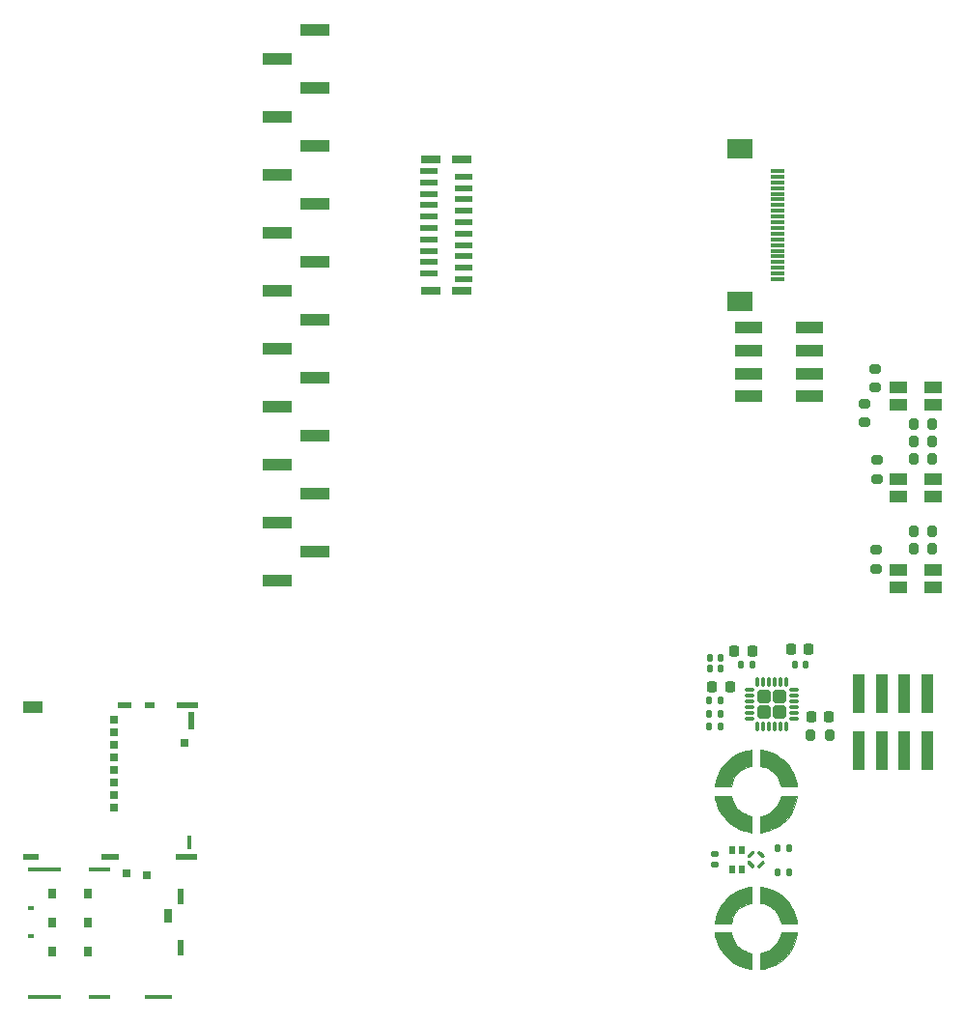
<source format=gbr>
%TF.GenerationSoftware,KiCad,Pcbnew,5.99.0-unknown-r24380-aab3c936*%
%TF.CreationDate,2021-01-25T13:27:41+00:00*%
%TF.ProjectId,safeproject-panel-r1,73616665-7072-46f6-9a65-63742d70616e,rev?*%
%TF.SameCoordinates,Original*%
%TF.FileFunction,Paste,Top*%
%TF.FilePolarity,Positive*%
%FSLAX46Y46*%
G04 Gerber Fmt 4.6, Leading zero omitted, Abs format (unit mm)*
G04 Created by KiCad (PCBNEW 5.99.0-unknown-r24380-aab3c936) date 2021-01-25 13:27:41*
%MOMM*%
%LPD*%
G01*
G04 APERTURE LIST*
G04 Aperture macros list*
%AMRoundRect*
0 Rectangle with rounded corners*
0 $1 Rounding radius*
0 $2 $3 $4 $5 $6 $7 $8 $9 X,Y pos of 4 corners*
0 Add a 4 corners polygon primitive as box body*
4,1,4,$2,$3,$4,$5,$6,$7,$8,$9,$2,$3,0*
0 Add four circle primitives for the rounded corners*
1,1,$1+$1,$2,$3,0*
1,1,$1+$1,$4,$5,0*
1,1,$1+$1,$6,$7,0*
1,1,$1+$1,$8,$9,0*
0 Add four rect primitives between the rounded corners*
20,1,$1+$1,$2,$3,$4,$5,0*
20,1,$1+$1,$4,$5,$6,$7,0*
20,1,$1+$1,$6,$7,$8,$9,0*
20,1,$1+$1,$8,$9,$2,$3,0*%
G04 Aperture macros list end*
%ADD10C,0.010000*%
%ADD11C,0.300000*%
%ADD12R,2.350000X1.000000*%
%ADD13RoundRect,0.250000X-0.325000X-0.325000X0.325000X-0.325000X0.325000X0.325000X-0.325000X0.325000X0*%
%ADD14RoundRect,0.075000X-0.350000X-0.075000X0.350000X-0.075000X0.350000X0.075000X-0.350000X0.075000X0*%
%ADD15RoundRect,0.075000X-0.075000X-0.350000X0.075000X-0.350000X0.075000X0.350000X-0.075000X0.350000X0*%
%ADD16RoundRect,0.225000X-0.225000X-0.250000X0.225000X-0.250000X0.225000X0.250000X-0.225000X0.250000X0*%
%ADD17RoundRect,0.140000X-0.140000X-0.170000X0.140000X-0.170000X0.140000X0.170000X-0.140000X0.170000X0*%
%ADD18R,1.500000X1.100000*%
%ADD19R,1.300000X0.300000*%
%ADD20R,2.200000X1.800000*%
%ADD21R,1.500000X0.600000*%
%ADD22R,1.800000X0.800000*%
%ADD23RoundRect,0.135000X-0.135000X-0.185000X0.135000X-0.185000X0.135000X0.185000X-0.135000X0.185000X0*%
%ADD24RoundRect,0.200000X-0.275000X0.200000X-0.275000X-0.200000X0.275000X-0.200000X0.275000X0.200000X0*%
%ADD25RoundRect,0.200000X-0.200000X-0.275000X0.200000X-0.275000X0.200000X0.275000X-0.200000X0.275000X0*%
%ADD26R,0.700000X0.640000*%
%ADD27R,0.550000X1.550000*%
%ADD28R,0.700000X0.700000*%
%ADD29R,1.450000X0.570000*%
%ADD30R,1.150000X0.520000*%
%ADD31R,1.850000X0.570000*%
%ADD32R,1.650000X0.520000*%
%ADD33R,0.820000X0.520000*%
%ADD34R,1.960000X0.570000*%
%ADD35R,1.700000X1.010000*%
%ADD36R,0.450000X1.300000*%
%ADD37RoundRect,0.225000X0.225000X0.250000X-0.225000X0.250000X-0.225000X-0.250000X0.225000X-0.250000X0*%
%ADD38R,0.700000X0.900000*%
%ADD39R,0.650000X1.200000*%
%ADD40R,0.600000X0.300000*%
%ADD41R,1.900000X0.450000*%
%ADD42R,2.900000X0.450000*%
%ADD43R,0.500000X1.400000*%
%ADD44R,2.400000X0.450000*%
%ADD45R,0.700000X0.750000*%
%ADD46R,0.522000X0.725000*%
%ADD47R,2.510000X1.000000*%
%ADD48RoundRect,0.140000X-0.170000X0.140000X-0.170000X-0.140000X0.170000X-0.140000X0.170000X0.140000X0*%
%ADD49R,1.000000X3.500000*%
G04 APERTURE END LIST*
D10*
%TO.C,REF\u002A\u002A*%
X35897396Y-6072629D02*
X36372399Y-6222629D01*
X36372399Y-6222629D02*
X36772399Y-6422629D01*
X36772399Y-6422629D02*
X37097399Y-6622629D01*
X37097399Y-6622629D02*
X37447396Y-6897629D01*
X37447396Y-6897629D02*
X37797396Y-7272632D01*
X37797396Y-7272632D02*
X38022396Y-7572629D01*
X38022396Y-7572629D02*
X38172396Y-7822629D01*
X38172396Y-7822629D02*
X38272396Y-7997629D01*
X38272396Y-7997629D02*
X38347396Y-8172629D01*
X38347396Y-8172629D02*
X38447396Y-8447629D01*
X38447396Y-8447629D02*
X38522396Y-8697629D01*
X38522396Y-8697629D02*
X38572396Y-8922629D01*
X38572396Y-8922629D02*
X38622396Y-9197629D01*
X38622396Y-9197629D02*
X37197396Y-9197629D01*
X37197396Y-9197629D02*
X37097396Y-8822629D01*
X37097396Y-8822629D02*
X36947396Y-8497629D01*
X36947396Y-8497629D02*
X36822396Y-8297629D01*
X36822396Y-8297629D02*
X36622396Y-8047629D01*
X36622396Y-8047629D02*
X36397396Y-7847626D01*
X36397396Y-7847626D02*
X36222396Y-7722626D01*
X36222396Y-7722626D02*
X36022396Y-7597626D01*
X36022396Y-7597626D02*
X35847396Y-7522626D01*
X35847396Y-7522626D02*
X35697396Y-7472626D01*
X35697396Y-7472626D02*
X35397396Y-7397629D01*
X35397396Y-7397629D02*
X35397396Y-5972629D01*
X35397396Y-5972629D02*
X35897396Y-6072629D01*
G36*
X35897396Y-6072629D02*
G01*
X36372399Y-6222629D01*
X36772399Y-6422629D01*
X37097399Y-6622629D01*
X37447396Y-6897629D01*
X37797396Y-7272632D01*
X38022396Y-7572629D01*
X38172396Y-7822629D01*
X38272396Y-7997629D01*
X38347396Y-8172629D01*
X38447396Y-8447629D01*
X38522396Y-8697629D01*
X38572396Y-8922629D01*
X38622396Y-9197629D01*
X37197396Y-9197629D01*
X37097396Y-8822629D01*
X36947396Y-8497629D01*
X36822396Y-8297629D01*
X36622396Y-8047629D01*
X36397396Y-7847626D01*
X36222396Y-7722626D01*
X36022396Y-7597626D01*
X35847396Y-7522626D01*
X35697396Y-7472626D01*
X35397396Y-7397629D01*
X35397396Y-5972629D01*
X35897396Y-6072629D01*
G37*
X35897396Y-6072629D02*
X36372399Y-6222629D01*
X36772399Y-6422629D01*
X37097399Y-6622629D01*
X37447396Y-6897629D01*
X37797396Y-7272632D01*
X38022396Y-7572629D01*
X38172396Y-7822629D01*
X38272396Y-7997629D01*
X38347396Y-8172629D01*
X38447396Y-8447629D01*
X38522396Y-8697629D01*
X38572396Y-8922629D01*
X38622396Y-9197629D01*
X37197396Y-9197629D01*
X37097396Y-8822629D01*
X36947396Y-8497629D01*
X36822396Y-8297629D01*
X36622396Y-8047629D01*
X36397396Y-7847626D01*
X36222396Y-7722626D01*
X36022396Y-7597626D01*
X35847396Y-7522626D01*
X35697396Y-7472626D01*
X35397396Y-7397629D01*
X35397396Y-5972629D01*
X35897396Y-6072629D01*
X38522396Y-10497629D02*
X38372396Y-10972635D01*
X38372396Y-10972635D02*
X38172396Y-11372635D01*
X38172396Y-11372635D02*
X37972396Y-11697632D01*
X37972396Y-11697632D02*
X37697396Y-12047629D01*
X37697396Y-12047629D02*
X37322390Y-12397629D01*
X37322390Y-12397629D02*
X37022393Y-12622629D01*
X37022393Y-12622629D02*
X36772396Y-12772629D01*
X36772396Y-12772629D02*
X36597396Y-12872629D01*
X36597396Y-12872629D02*
X36422396Y-12947629D01*
X36422396Y-12947629D02*
X36147396Y-13047629D01*
X36147396Y-13047629D02*
X35897396Y-13122629D01*
X35897396Y-13122629D02*
X35672396Y-13172629D01*
X35672396Y-13172629D02*
X35397396Y-13222629D01*
X35397396Y-13222629D02*
X35397396Y-11797626D01*
X35397396Y-11797626D02*
X35772396Y-11697626D01*
X35772396Y-11697626D02*
X36097396Y-11547629D01*
X36097396Y-11547629D02*
X36297396Y-11422629D01*
X36297396Y-11422629D02*
X36547396Y-11222629D01*
X36547396Y-11222629D02*
X36747402Y-10997629D01*
X36747402Y-10997629D02*
X36872402Y-10822629D01*
X36872402Y-10822629D02*
X36997399Y-10622629D01*
X36997399Y-10622629D02*
X37072399Y-10447629D01*
X37072399Y-10447629D02*
X37122399Y-10297629D01*
X37122399Y-10297629D02*
X37197396Y-9997629D01*
X37197396Y-9997629D02*
X38622396Y-9997629D01*
X38622396Y-9997629D02*
X38522396Y-10497629D01*
G36*
X38522396Y-10497629D02*
G01*
X38372396Y-10972635D01*
X38172396Y-11372635D01*
X37972396Y-11697632D01*
X37697396Y-12047629D01*
X37322390Y-12397629D01*
X37022393Y-12622629D01*
X36772396Y-12772629D01*
X36597396Y-12872629D01*
X36422396Y-12947629D01*
X36147396Y-13047629D01*
X35897396Y-13122629D01*
X35672396Y-13172629D01*
X35397396Y-13222629D01*
X35397396Y-11797626D01*
X35772396Y-11697626D01*
X36097396Y-11547629D01*
X36297396Y-11422629D01*
X36547396Y-11222629D01*
X36747402Y-10997629D01*
X36872402Y-10822629D01*
X36997399Y-10622629D01*
X37072399Y-10447629D01*
X37122399Y-10297629D01*
X37197396Y-9997629D01*
X38622396Y-9997629D01*
X38522396Y-10497629D01*
G37*
X38522396Y-10497629D02*
X38372396Y-10972635D01*
X38172396Y-11372635D01*
X37972396Y-11697632D01*
X37697396Y-12047629D01*
X37322390Y-12397629D01*
X37022393Y-12622629D01*
X36772396Y-12772629D01*
X36597396Y-12872629D01*
X36422396Y-12947629D01*
X36147396Y-13047629D01*
X35897396Y-13122629D01*
X35672396Y-13172629D01*
X35397396Y-13222629D01*
X35397396Y-11797626D01*
X35772396Y-11697626D01*
X36097396Y-11547629D01*
X36297396Y-11422629D01*
X36547396Y-11222629D01*
X36747402Y-10997629D01*
X36872402Y-10822629D01*
X36997399Y-10622629D01*
X37072399Y-10447629D01*
X37122399Y-10297629D01*
X37197396Y-9997629D01*
X38622396Y-9997629D01*
X38522396Y-10497629D01*
X31472396Y-8697629D02*
X31622396Y-8222629D01*
X31622396Y-8222629D02*
X31822396Y-7822629D01*
X31822396Y-7822629D02*
X32022396Y-7497629D01*
X32022396Y-7497629D02*
X32297396Y-7147629D01*
X32297396Y-7147629D02*
X32672396Y-6797629D01*
X32672396Y-6797629D02*
X32972396Y-6572629D01*
X32972396Y-6572629D02*
X33222396Y-6422629D01*
X33222396Y-6422629D02*
X33397396Y-6322629D01*
X33397396Y-6322629D02*
X33572396Y-6247629D01*
X33572396Y-6247629D02*
X33847396Y-6147629D01*
X33847396Y-6147629D02*
X34097396Y-6072629D01*
X34097396Y-6072629D02*
X34322396Y-6022629D01*
X34322396Y-6022629D02*
X34597396Y-5972629D01*
X34597396Y-5972629D02*
X34597396Y-7397629D01*
X34597396Y-7397629D02*
X34222396Y-7497629D01*
X34222396Y-7497629D02*
X33897396Y-7647629D01*
X33897396Y-7647629D02*
X33697396Y-7772629D01*
X33697396Y-7772629D02*
X33447396Y-7972629D01*
X33447396Y-7972629D02*
X33247396Y-8197629D01*
X33247396Y-8197629D02*
X33122396Y-8372629D01*
X33122396Y-8372629D02*
X32997396Y-8572629D01*
X32997396Y-8572629D02*
X32922396Y-8747629D01*
X32922396Y-8747629D02*
X32872396Y-8897629D01*
X32872396Y-8897629D02*
X32797396Y-9197629D01*
X32797396Y-9197629D02*
X31372396Y-9197629D01*
X31372396Y-9197629D02*
X31472396Y-8697629D01*
G36*
X34597396Y-7397629D02*
G01*
X34222396Y-7497629D01*
X33897396Y-7647629D01*
X33697396Y-7772629D01*
X33447396Y-7972629D01*
X33247396Y-8197629D01*
X33122396Y-8372629D01*
X32997396Y-8572629D01*
X32922396Y-8747629D01*
X32872396Y-8897629D01*
X32797396Y-9197629D01*
X31372396Y-9197629D01*
X31472396Y-8697629D01*
X31622396Y-8222629D01*
X31822396Y-7822629D01*
X32022396Y-7497629D01*
X32297396Y-7147629D01*
X32672396Y-6797629D01*
X32972396Y-6572629D01*
X33222396Y-6422629D01*
X33397396Y-6322629D01*
X33572396Y-6247629D01*
X33847396Y-6147629D01*
X34097396Y-6072629D01*
X34322396Y-6022629D01*
X34597396Y-5972629D01*
X34597396Y-7397629D01*
G37*
X34597396Y-7397629D02*
X34222396Y-7497629D01*
X33897396Y-7647629D01*
X33697396Y-7772629D01*
X33447396Y-7972629D01*
X33247396Y-8197629D01*
X33122396Y-8372629D01*
X32997396Y-8572629D01*
X32922396Y-8747629D01*
X32872396Y-8897629D01*
X32797396Y-9197629D01*
X31372396Y-9197629D01*
X31472396Y-8697629D01*
X31622396Y-8222629D01*
X31822396Y-7822629D01*
X32022396Y-7497629D01*
X32297396Y-7147629D01*
X32672396Y-6797629D01*
X32972396Y-6572629D01*
X33222396Y-6422629D01*
X33397396Y-6322629D01*
X33572396Y-6247629D01*
X33847396Y-6147629D01*
X34097396Y-6072629D01*
X34322396Y-6022629D01*
X34597396Y-5972629D01*
X34597396Y-7397629D01*
X34097396Y-13122629D02*
X33622387Y-12972629D01*
X33622387Y-12972629D02*
X33222390Y-12772629D01*
X33222390Y-12772629D02*
X32897393Y-12572629D01*
X32897393Y-12572629D02*
X32547396Y-12297626D01*
X32547396Y-12297626D02*
X32197396Y-11922623D01*
X32197396Y-11922623D02*
X31972396Y-11622626D01*
X31972396Y-11622626D02*
X31822396Y-11372629D01*
X31822396Y-11372629D02*
X31722396Y-11197629D01*
X31722396Y-11197629D02*
X31647396Y-11022629D01*
X31647396Y-11022629D02*
X31547396Y-10747629D01*
X31547396Y-10747629D02*
X31472396Y-10497629D01*
X31472396Y-10497629D02*
X31422396Y-10272629D01*
X31422396Y-10272629D02*
X31372399Y-9997629D01*
X31372399Y-9997629D02*
X32797402Y-9997629D01*
X32797402Y-9997629D02*
X32897402Y-10372629D01*
X32897402Y-10372629D02*
X33047399Y-10697629D01*
X33047399Y-10697629D02*
X33172399Y-10897629D01*
X33172399Y-10897629D02*
X33372396Y-11147629D01*
X33372396Y-11147629D02*
X33597396Y-11347635D01*
X33597396Y-11347635D02*
X33772396Y-11472635D01*
X33772396Y-11472635D02*
X33972396Y-11597632D01*
X33972396Y-11597632D02*
X34147396Y-11672635D01*
X34147396Y-11672635D02*
X34297396Y-11722635D01*
X34297396Y-11722635D02*
X34597396Y-11797632D01*
X34597396Y-11797632D02*
X34597396Y-13222629D01*
X34597396Y-13222629D02*
X34097396Y-13122629D01*
G36*
X32897402Y-10372629D02*
G01*
X33047399Y-10697629D01*
X33172399Y-10897629D01*
X33372396Y-11147629D01*
X33597396Y-11347635D01*
X33772396Y-11472635D01*
X33972396Y-11597632D01*
X34147396Y-11672635D01*
X34297396Y-11722635D01*
X34597396Y-11797632D01*
X34597396Y-13222629D01*
X34097396Y-13122629D01*
X33622387Y-12972629D01*
X33222390Y-12772629D01*
X32897393Y-12572629D01*
X32547396Y-12297626D01*
X32197396Y-11922623D01*
X31972396Y-11622626D01*
X31822396Y-11372629D01*
X31722396Y-11197629D01*
X31647396Y-11022629D01*
X31547396Y-10747629D01*
X31472396Y-10497629D01*
X31422396Y-10272629D01*
X31372399Y-9997629D01*
X32797402Y-9997629D01*
X32897402Y-10372629D01*
G37*
X32897402Y-10372629D02*
X33047399Y-10697629D01*
X33172399Y-10897629D01*
X33372396Y-11147629D01*
X33597396Y-11347635D01*
X33772396Y-11472635D01*
X33972396Y-11597632D01*
X34147396Y-11672635D01*
X34297396Y-11722635D01*
X34597396Y-11797632D01*
X34597396Y-13222629D01*
X34097396Y-13122629D01*
X33622387Y-12972629D01*
X33222390Y-12772629D01*
X32897393Y-12572629D01*
X32547396Y-12297626D01*
X32197396Y-11922623D01*
X31972396Y-11622626D01*
X31822396Y-11372629D01*
X31722396Y-11197629D01*
X31647396Y-11022629D01*
X31547396Y-10747629D01*
X31472396Y-10497629D01*
X31422396Y-10272629D01*
X31372399Y-9997629D01*
X32797402Y-9997629D01*
X32897402Y-10372629D01*
D11*
%TO.C,MK1*%
X34395989Y-15871239D02*
G75*
G03*
X34720000Y-16200000I604011J271239D01*
G01*
X35271239Y-16204011D02*
G75*
G03*
X35600000Y-15880000I-271239J604011D01*
G01*
X34728290Y-14996200D02*
G75*
G03*
X34400000Y-15320000I271710J-603800D01*
G01*
X35604011Y-15328761D02*
G75*
G03*
X35280000Y-15000000I-604011J-271239D01*
G01*
D10*
%TO.C,REF\u002A\u002A*%
X35897396Y-18072629D02*
X36372399Y-18222629D01*
X36372399Y-18222629D02*
X36772399Y-18422629D01*
X36772399Y-18422629D02*
X37097399Y-18622629D01*
X37097399Y-18622629D02*
X37447396Y-18897629D01*
X37447396Y-18897629D02*
X37797396Y-19272632D01*
X37797396Y-19272632D02*
X38022396Y-19572629D01*
X38022396Y-19572629D02*
X38172396Y-19822629D01*
X38172396Y-19822629D02*
X38272396Y-19997629D01*
X38272396Y-19997629D02*
X38347396Y-20172629D01*
X38347396Y-20172629D02*
X38447396Y-20447629D01*
X38447396Y-20447629D02*
X38522396Y-20697629D01*
X38522396Y-20697629D02*
X38572396Y-20922629D01*
X38572396Y-20922629D02*
X38622396Y-21197629D01*
X38622396Y-21197629D02*
X37197396Y-21197629D01*
X37197396Y-21197629D02*
X37097396Y-20822629D01*
X37097396Y-20822629D02*
X36947396Y-20497629D01*
X36947396Y-20497629D02*
X36822396Y-20297629D01*
X36822396Y-20297629D02*
X36622396Y-20047629D01*
X36622396Y-20047629D02*
X36397396Y-19847626D01*
X36397396Y-19847626D02*
X36222396Y-19722626D01*
X36222396Y-19722626D02*
X36022396Y-19597626D01*
X36022396Y-19597626D02*
X35847396Y-19522626D01*
X35847396Y-19522626D02*
X35697396Y-19472626D01*
X35697396Y-19472626D02*
X35397396Y-19397629D01*
X35397396Y-19397629D02*
X35397396Y-17972629D01*
X35397396Y-17972629D02*
X35897396Y-18072629D01*
G36*
X35897396Y-18072629D02*
G01*
X36372399Y-18222629D01*
X36772399Y-18422629D01*
X37097399Y-18622629D01*
X37447396Y-18897629D01*
X37797396Y-19272632D01*
X38022396Y-19572629D01*
X38172396Y-19822629D01*
X38272396Y-19997629D01*
X38347396Y-20172629D01*
X38447396Y-20447629D01*
X38522396Y-20697629D01*
X38572396Y-20922629D01*
X38622396Y-21197629D01*
X37197396Y-21197629D01*
X37097396Y-20822629D01*
X36947396Y-20497629D01*
X36822396Y-20297629D01*
X36622396Y-20047629D01*
X36397396Y-19847626D01*
X36222396Y-19722626D01*
X36022396Y-19597626D01*
X35847396Y-19522626D01*
X35697396Y-19472626D01*
X35397396Y-19397629D01*
X35397396Y-17972629D01*
X35897396Y-18072629D01*
G37*
X35897396Y-18072629D02*
X36372399Y-18222629D01*
X36772399Y-18422629D01*
X37097399Y-18622629D01*
X37447396Y-18897629D01*
X37797396Y-19272632D01*
X38022396Y-19572629D01*
X38172396Y-19822629D01*
X38272396Y-19997629D01*
X38347396Y-20172629D01*
X38447396Y-20447629D01*
X38522396Y-20697629D01*
X38572396Y-20922629D01*
X38622396Y-21197629D01*
X37197396Y-21197629D01*
X37097396Y-20822629D01*
X36947396Y-20497629D01*
X36822396Y-20297629D01*
X36622396Y-20047629D01*
X36397396Y-19847626D01*
X36222396Y-19722626D01*
X36022396Y-19597626D01*
X35847396Y-19522626D01*
X35697396Y-19472626D01*
X35397396Y-19397629D01*
X35397396Y-17972629D01*
X35897396Y-18072629D01*
X38522396Y-22497629D02*
X38372396Y-22972635D01*
X38372396Y-22972635D02*
X38172396Y-23372635D01*
X38172396Y-23372635D02*
X37972396Y-23697632D01*
X37972396Y-23697632D02*
X37697396Y-24047629D01*
X37697396Y-24047629D02*
X37322390Y-24397629D01*
X37322390Y-24397629D02*
X37022393Y-24622629D01*
X37022393Y-24622629D02*
X36772396Y-24772629D01*
X36772396Y-24772629D02*
X36597396Y-24872629D01*
X36597396Y-24872629D02*
X36422396Y-24947629D01*
X36422396Y-24947629D02*
X36147396Y-25047629D01*
X36147396Y-25047629D02*
X35897396Y-25122629D01*
X35897396Y-25122629D02*
X35672396Y-25172629D01*
X35672396Y-25172629D02*
X35397396Y-25222629D01*
X35397396Y-25222629D02*
X35397396Y-23797626D01*
X35397396Y-23797626D02*
X35772396Y-23697626D01*
X35772396Y-23697626D02*
X36097396Y-23547629D01*
X36097396Y-23547629D02*
X36297396Y-23422629D01*
X36297396Y-23422629D02*
X36547396Y-23222629D01*
X36547396Y-23222629D02*
X36747402Y-22997629D01*
X36747402Y-22997629D02*
X36872402Y-22822629D01*
X36872402Y-22822629D02*
X36997399Y-22622629D01*
X36997399Y-22622629D02*
X37072399Y-22447629D01*
X37072399Y-22447629D02*
X37122399Y-22297629D01*
X37122399Y-22297629D02*
X37197396Y-21997629D01*
X37197396Y-21997629D02*
X38622396Y-21997629D01*
X38622396Y-21997629D02*
X38522396Y-22497629D01*
G36*
X38522396Y-22497629D02*
G01*
X38372396Y-22972635D01*
X38172396Y-23372635D01*
X37972396Y-23697632D01*
X37697396Y-24047629D01*
X37322390Y-24397629D01*
X37022393Y-24622629D01*
X36772396Y-24772629D01*
X36597396Y-24872629D01*
X36422396Y-24947629D01*
X36147396Y-25047629D01*
X35897396Y-25122629D01*
X35672396Y-25172629D01*
X35397396Y-25222629D01*
X35397396Y-23797626D01*
X35772396Y-23697626D01*
X36097396Y-23547629D01*
X36297396Y-23422629D01*
X36547396Y-23222629D01*
X36747402Y-22997629D01*
X36872402Y-22822629D01*
X36997399Y-22622629D01*
X37072399Y-22447629D01*
X37122399Y-22297629D01*
X37197396Y-21997629D01*
X38622396Y-21997629D01*
X38522396Y-22497629D01*
G37*
X38522396Y-22497629D02*
X38372396Y-22972635D01*
X38172396Y-23372635D01*
X37972396Y-23697632D01*
X37697396Y-24047629D01*
X37322390Y-24397629D01*
X37022393Y-24622629D01*
X36772396Y-24772629D01*
X36597396Y-24872629D01*
X36422396Y-24947629D01*
X36147396Y-25047629D01*
X35897396Y-25122629D01*
X35672396Y-25172629D01*
X35397396Y-25222629D01*
X35397396Y-23797626D01*
X35772396Y-23697626D01*
X36097396Y-23547629D01*
X36297396Y-23422629D01*
X36547396Y-23222629D01*
X36747402Y-22997629D01*
X36872402Y-22822629D01*
X36997399Y-22622629D01*
X37072399Y-22447629D01*
X37122399Y-22297629D01*
X37197396Y-21997629D01*
X38622396Y-21997629D01*
X38522396Y-22497629D01*
X31472396Y-20697629D02*
X31622396Y-20222629D01*
X31622396Y-20222629D02*
X31822396Y-19822629D01*
X31822396Y-19822629D02*
X32022396Y-19497629D01*
X32022396Y-19497629D02*
X32297396Y-19147629D01*
X32297396Y-19147629D02*
X32672396Y-18797629D01*
X32672396Y-18797629D02*
X32972396Y-18572629D01*
X32972396Y-18572629D02*
X33222396Y-18422629D01*
X33222396Y-18422629D02*
X33397396Y-18322629D01*
X33397396Y-18322629D02*
X33572396Y-18247629D01*
X33572396Y-18247629D02*
X33847396Y-18147629D01*
X33847396Y-18147629D02*
X34097396Y-18072629D01*
X34097396Y-18072629D02*
X34322396Y-18022629D01*
X34322396Y-18022629D02*
X34597396Y-17972629D01*
X34597396Y-17972629D02*
X34597396Y-19397629D01*
X34597396Y-19397629D02*
X34222396Y-19497629D01*
X34222396Y-19497629D02*
X33897396Y-19647629D01*
X33897396Y-19647629D02*
X33697396Y-19772629D01*
X33697396Y-19772629D02*
X33447396Y-19972629D01*
X33447396Y-19972629D02*
X33247396Y-20197629D01*
X33247396Y-20197629D02*
X33122396Y-20372629D01*
X33122396Y-20372629D02*
X32997396Y-20572629D01*
X32997396Y-20572629D02*
X32922396Y-20747629D01*
X32922396Y-20747629D02*
X32872396Y-20897629D01*
X32872396Y-20897629D02*
X32797396Y-21197629D01*
X32797396Y-21197629D02*
X31372396Y-21197629D01*
X31372396Y-21197629D02*
X31472396Y-20697629D01*
G36*
X34597396Y-19397629D02*
G01*
X34222396Y-19497629D01*
X33897396Y-19647629D01*
X33697396Y-19772629D01*
X33447396Y-19972629D01*
X33247396Y-20197629D01*
X33122396Y-20372629D01*
X32997396Y-20572629D01*
X32922396Y-20747629D01*
X32872396Y-20897629D01*
X32797396Y-21197629D01*
X31372396Y-21197629D01*
X31472396Y-20697629D01*
X31622396Y-20222629D01*
X31822396Y-19822629D01*
X32022396Y-19497629D01*
X32297396Y-19147629D01*
X32672396Y-18797629D01*
X32972396Y-18572629D01*
X33222396Y-18422629D01*
X33397396Y-18322629D01*
X33572396Y-18247629D01*
X33847396Y-18147629D01*
X34097396Y-18072629D01*
X34322396Y-18022629D01*
X34597396Y-17972629D01*
X34597396Y-19397629D01*
G37*
X34597396Y-19397629D02*
X34222396Y-19497629D01*
X33897396Y-19647629D01*
X33697396Y-19772629D01*
X33447396Y-19972629D01*
X33247396Y-20197629D01*
X33122396Y-20372629D01*
X32997396Y-20572629D01*
X32922396Y-20747629D01*
X32872396Y-20897629D01*
X32797396Y-21197629D01*
X31372396Y-21197629D01*
X31472396Y-20697629D01*
X31622396Y-20222629D01*
X31822396Y-19822629D01*
X32022396Y-19497629D01*
X32297396Y-19147629D01*
X32672396Y-18797629D01*
X32972396Y-18572629D01*
X33222396Y-18422629D01*
X33397396Y-18322629D01*
X33572396Y-18247629D01*
X33847396Y-18147629D01*
X34097396Y-18072629D01*
X34322396Y-18022629D01*
X34597396Y-17972629D01*
X34597396Y-19397629D01*
X34097396Y-25122629D02*
X33622387Y-24972629D01*
X33622387Y-24972629D02*
X33222390Y-24772629D01*
X33222390Y-24772629D02*
X32897393Y-24572629D01*
X32897393Y-24572629D02*
X32547396Y-24297626D01*
X32547396Y-24297626D02*
X32197396Y-23922623D01*
X32197396Y-23922623D02*
X31972396Y-23622626D01*
X31972396Y-23622626D02*
X31822396Y-23372629D01*
X31822396Y-23372629D02*
X31722396Y-23197629D01*
X31722396Y-23197629D02*
X31647396Y-23022629D01*
X31647396Y-23022629D02*
X31547396Y-22747629D01*
X31547396Y-22747629D02*
X31472396Y-22497629D01*
X31472396Y-22497629D02*
X31422396Y-22272629D01*
X31422396Y-22272629D02*
X31372399Y-21997629D01*
X31372399Y-21997629D02*
X32797402Y-21997629D01*
X32797402Y-21997629D02*
X32897402Y-22372629D01*
X32897402Y-22372629D02*
X33047399Y-22697629D01*
X33047399Y-22697629D02*
X33172399Y-22897629D01*
X33172399Y-22897629D02*
X33372396Y-23147629D01*
X33372396Y-23147629D02*
X33597396Y-23347635D01*
X33597396Y-23347635D02*
X33772396Y-23472635D01*
X33772396Y-23472635D02*
X33972396Y-23597632D01*
X33972396Y-23597632D02*
X34147396Y-23672635D01*
X34147396Y-23672635D02*
X34297396Y-23722635D01*
X34297396Y-23722635D02*
X34597396Y-23797632D01*
X34597396Y-23797632D02*
X34597396Y-25222629D01*
X34597396Y-25222629D02*
X34097396Y-25122629D01*
G36*
X32897402Y-22372629D02*
G01*
X33047399Y-22697629D01*
X33172399Y-22897629D01*
X33372396Y-23147629D01*
X33597396Y-23347635D01*
X33772396Y-23472635D01*
X33972396Y-23597632D01*
X34147396Y-23672635D01*
X34297396Y-23722635D01*
X34597396Y-23797632D01*
X34597396Y-25222629D01*
X34097396Y-25122629D01*
X33622387Y-24972629D01*
X33222390Y-24772629D01*
X32897393Y-24572629D01*
X32547396Y-24297626D01*
X32197396Y-23922623D01*
X31972396Y-23622626D01*
X31822396Y-23372629D01*
X31722396Y-23197629D01*
X31647396Y-23022629D01*
X31547396Y-22747629D01*
X31472396Y-22497629D01*
X31422396Y-22272629D01*
X31372399Y-21997629D01*
X32797402Y-21997629D01*
X32897402Y-22372629D01*
G37*
X32897402Y-22372629D02*
X33047399Y-22697629D01*
X33172399Y-22897629D01*
X33372396Y-23147629D01*
X33597396Y-23347635D01*
X33772396Y-23472635D01*
X33972396Y-23597632D01*
X34147396Y-23672635D01*
X34297396Y-23722635D01*
X34597396Y-23797632D01*
X34597396Y-25222629D01*
X34097396Y-25122629D01*
X33622387Y-24972629D01*
X33222390Y-24772629D01*
X32897393Y-24572629D01*
X32547396Y-24297626D01*
X32197396Y-23922623D01*
X31972396Y-23622626D01*
X31822396Y-23372629D01*
X31722396Y-23197629D01*
X31647396Y-23022629D01*
X31547396Y-22747629D01*
X31472396Y-22497629D01*
X31422396Y-22272629D01*
X31372399Y-21997629D01*
X32797402Y-21997629D01*
X32897402Y-22372629D01*
%TD*%
D12*
%TO.C,J1*%
X39675000Y31000000D03*
X34325000Y31000000D03*
X39675000Y29000000D03*
X34325000Y29000000D03*
X39675000Y27000000D03*
X34325000Y27000000D03*
X39675000Y25000000D03*
X34325000Y25000000D03*
%TD*%
D13*
%TO.C,U1*%
X35740000Y-2660000D03*
X37060000Y-2660000D03*
X35740000Y-1340000D03*
X37060000Y-1340000D03*
D14*
X34450000Y-750000D03*
X34450000Y-1250000D03*
X34450000Y-1750000D03*
X34450000Y-2250000D03*
X34450000Y-2750000D03*
X34450000Y-3250000D03*
D15*
X35150000Y-3950000D03*
X35650000Y-3950000D03*
X36150000Y-3950000D03*
X36650000Y-3950000D03*
X37150000Y-3950000D03*
X37650000Y-3950000D03*
D14*
X38350000Y-3250000D03*
X38350000Y-2750000D03*
X38350000Y-2250000D03*
X38350000Y-1750000D03*
X38350000Y-1250000D03*
X38350000Y-750000D03*
D15*
X37650000Y-50000D03*
X37150000Y-50000D03*
X36650000Y-50000D03*
X36150000Y-50000D03*
X35650000Y-50000D03*
X35150000Y-50000D03*
%TD*%
D16*
%TO.C,C8*%
X33100000Y2700000D03*
X34650000Y2700000D03*
%TD*%
D17*
%TO.C,C3*%
X30920000Y-2800000D03*
X31880000Y-2800000D03*
%TD*%
D18*
%TO.C,LED3*%
X50500000Y8250000D03*
X47500000Y8250000D03*
X47500000Y9750000D03*
X50500000Y9750000D03*
%TD*%
D19*
%TO.C,J2*%
X36850000Y44750000D03*
X36850000Y44250000D03*
X36850000Y43750000D03*
X36850000Y43250000D03*
X36850000Y42750000D03*
X36850000Y42250000D03*
X36850000Y41750000D03*
X36850000Y41250000D03*
X36850000Y40750000D03*
X36850000Y40250000D03*
X36850000Y39750000D03*
X36850000Y39250000D03*
X36850000Y38750000D03*
X36850000Y38250000D03*
X36850000Y37750000D03*
X36850000Y37250000D03*
X36850000Y36750000D03*
X36850000Y36250000D03*
X36850000Y35750000D03*
X36850000Y35250000D03*
D20*
X33600000Y33350000D03*
X33600000Y46650000D03*
%TD*%
D21*
%TO.C,J2*%
X6348600Y44750000D03*
X9348600Y44250000D03*
X6348600Y43750000D03*
X9348600Y43250000D03*
X6348600Y42750000D03*
X9348600Y42250000D03*
X6348600Y41750000D03*
X9348600Y41250000D03*
X6348600Y40750000D03*
X9348600Y40250000D03*
X6348600Y39750000D03*
X9348600Y39250000D03*
X6348600Y38750000D03*
X9348600Y38250000D03*
X6348600Y37750000D03*
X9348600Y37250000D03*
X6348600Y36750000D03*
X9348600Y36250000D03*
X6348600Y35750000D03*
X9348600Y35250000D03*
D22*
X9198600Y45750000D03*
X9198600Y34250000D03*
X6498600Y34250000D03*
X6498600Y45750000D03*
%TD*%
D23*
%TO.C,R2*%
X36890000Y-14650000D03*
X37910000Y-14650000D03*
%TD*%
D24*
%TO.C,R1*%
X45450000Y27425000D03*
X45450000Y25775000D03*
%TD*%
D17*
%TO.C,C9*%
X33695000Y1500000D03*
X34655000Y1500000D03*
%TD*%
D25*
%TO.C,R6*%
X48825000Y11600000D03*
X50475000Y11600000D03*
%TD*%
D26*
%TO.C,J3*%
X-21301400Y-11070000D03*
X-21301400Y-9970000D03*
X-21301400Y-8870000D03*
X-21301400Y-7770000D03*
X-21301400Y-6670000D03*
X-21301400Y-5570000D03*
X-21301400Y-4470000D03*
X-21301400Y-3370000D03*
D27*
X-14476400Y-3475000D03*
D28*
X-15101400Y-5370000D03*
D29*
X-28526400Y-15385000D03*
D30*
X-20371400Y-2050000D03*
D31*
X-14801400Y-2050000D03*
D32*
X-21571400Y-15385000D03*
D33*
X-18161400Y-2050000D03*
D34*
X-14931400Y-15385000D03*
D35*
X-28401400Y-2235000D03*
D36*
X-14646400Y-14100000D03*
%TD*%
D25*
%TO.C,R5*%
X48825000Y19500000D03*
X50475000Y19500000D03*
%TD*%
D16*
%TO.C,C10*%
X38075000Y2800000D03*
X39625000Y2800000D03*
%TD*%
D25*
%TO.C,R7*%
X48825000Y22550000D03*
X50475000Y22550000D03*
%TD*%
%TO.C,R8*%
X48825000Y21000000D03*
X50475000Y21000000D03*
%TD*%
D37*
%TO.C,C12*%
X41375000Y-3131255D03*
X39825000Y-3131255D03*
%TD*%
D24*
%TO.C,R4*%
X44550000Y24375000D03*
X44550000Y22725000D03*
%TD*%
D38*
%TO.C,J1*%
X-26711400Y-23640000D03*
X-26711400Y-21100000D03*
X-26711400Y-18560000D03*
X-23541400Y-23640000D03*
X-23541400Y-21100000D03*
X-23541400Y-18560000D03*
D28*
X-20211400Y-16830000D03*
D39*
X-16536400Y-20550000D03*
D40*
X-28561400Y-22320000D03*
D41*
X-22561400Y-27655000D03*
D42*
X-27411400Y-16505000D03*
D43*
X-15461400Y-18880000D03*
D40*
X-28561400Y-19880000D03*
D42*
X-27411400Y-27655000D03*
D43*
X-15461400Y-23300000D03*
D44*
X-17411400Y-27655000D03*
D45*
X-18411400Y-17005000D03*
D41*
X-22561400Y-16505000D03*
%TD*%
D18*
%TO.C,LED2*%
X50500000Y16250000D03*
X47500000Y16250000D03*
X47500000Y17750000D03*
X50500000Y17750000D03*
%TD*%
D17*
%TO.C,C5*%
X30920000Y-1675000D03*
X31880000Y-1675000D03*
%TD*%
D24*
%TO.C,R3*%
X45550000Y11525000D03*
X45550000Y9875000D03*
%TD*%
D46*
%TO.C,MK1*%
X32926000Y-16437500D03*
X33748000Y-16437500D03*
X33748000Y-14762500D03*
X32926000Y-14762500D03*
%TD*%
D17*
%TO.C,C2*%
X30920000Y-3900000D03*
X31880000Y-3900000D03*
%TD*%
D47*
%TO.C,J4*%
X-3677817Y57130000D03*
X-6987817Y54590000D03*
X-3677817Y52050000D03*
X-6987817Y49510000D03*
X-3677817Y46970000D03*
X-6987817Y44430000D03*
X-3677817Y41890000D03*
X-6987817Y39350000D03*
X-3677817Y36810000D03*
X-6987817Y34270000D03*
X-3677817Y31730000D03*
X-6987817Y29190000D03*
X-3677817Y26650000D03*
X-6987817Y24110000D03*
X-3677817Y21570000D03*
X-6987817Y19030000D03*
X-3677817Y16490000D03*
X-6987817Y13950000D03*
X-3677817Y11410000D03*
X-6987817Y8870000D03*
%TD*%
D48*
%TO.C,C1*%
X31400000Y-15120000D03*
X31400000Y-16080000D03*
%TD*%
D17*
%TO.C,C7*%
X30935000Y1160000D03*
X31895000Y1160000D03*
%TD*%
D24*
%TO.C,R2*%
X45650000Y19425000D03*
X45650000Y17775000D03*
%TD*%
D23*
%TO.C,R1*%
X36890000Y-16700000D03*
X37910000Y-16700000D03*
%TD*%
D25*
%TO.C,R3*%
X39775000Y-4700000D03*
X41425000Y-4700000D03*
%TD*%
D16*
%TO.C,C4*%
X31165000Y-440000D03*
X32715000Y-440000D03*
%TD*%
D18*
%TO.C,LED1*%
X50500000Y24250000D03*
X47500000Y24250000D03*
X47500000Y25750000D03*
X50500000Y25750000D03*
%TD*%
D17*
%TO.C,C6*%
X30935000Y2100000D03*
X31895000Y2100000D03*
%TD*%
D49*
%TO.C,J1*%
X44000000Y-6100000D03*
X44000000Y-1100000D03*
X46000000Y-6100000D03*
X46000000Y-1100000D03*
X48000000Y-6100000D03*
X48000000Y-1100000D03*
X50000000Y-6100000D03*
X50000000Y-1100000D03*
%TD*%
D25*
%TO.C,R9*%
X48825000Y13200000D03*
X50475000Y13200000D03*
%TD*%
D17*
%TO.C,C11*%
X38420000Y1450000D03*
X39380000Y1450000D03*
%TD*%
M02*

</source>
